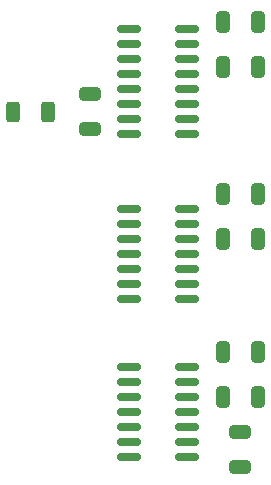
<source format=gbr>
%TF.GenerationSoftware,KiCad,Pcbnew,(6.0.1-0)*%
%TF.CreationDate,2024-04-12T07:51:10-04:00*%
%TF.ProjectId,Supertime External Trigger,53757065-7274-4696-9d65-204578746572,rev?*%
%TF.SameCoordinates,Original*%
%TF.FileFunction,Paste,Top*%
%TF.FilePolarity,Positive*%
%FSLAX46Y46*%
G04 Gerber Fmt 4.6, Leading zero omitted, Abs format (unit mm)*
G04 Created by KiCad (PCBNEW (6.0.1-0)) date 2024-04-12 07:51:10*
%MOMM*%
%LPD*%
G01*
G04 APERTURE LIST*
G04 Aperture macros list*
%AMRoundRect*
0 Rectangle with rounded corners*
0 $1 Rounding radius*
0 $2 $3 $4 $5 $6 $7 $8 $9 X,Y pos of 4 corners*
0 Add a 4 corners polygon primitive as box body*
4,1,4,$2,$3,$4,$5,$6,$7,$8,$9,$2,$3,0*
0 Add four circle primitives for the rounded corners*
1,1,$1+$1,$2,$3*
1,1,$1+$1,$4,$5*
1,1,$1+$1,$6,$7*
1,1,$1+$1,$8,$9*
0 Add four rect primitives between the rounded corners*
20,1,$1+$1,$2,$3,$4,$5,0*
20,1,$1+$1,$4,$5,$6,$7,0*
20,1,$1+$1,$6,$7,$8,$9,0*
20,1,$1+$1,$8,$9,$2,$3,0*%
G04 Aperture macros list end*
%ADD10RoundRect,0.250000X-0.325000X-0.650000X0.325000X-0.650000X0.325000X0.650000X-0.325000X0.650000X0*%
%ADD11RoundRect,0.250000X-0.650000X0.325000X-0.650000X-0.325000X0.650000X-0.325000X0.650000X0.325000X0*%
%ADD12RoundRect,0.150000X-0.825000X-0.150000X0.825000X-0.150000X0.825000X0.150000X-0.825000X0.150000X0*%
%ADD13RoundRect,0.250000X-0.312500X-0.625000X0.312500X-0.625000X0.312500X0.625000X-0.312500X0.625000X0*%
G04 APERTURE END LIST*
D10*
%TO.C,CP6*%
X153465000Y-99060000D03*
X156415000Y-99060000D03*
%TD*%
%TO.C,CP4*%
X153465000Y-85725000D03*
X156415000Y-85725000D03*
%TD*%
D11*
%TO.C,C2*%
X154940000Y-104980000D03*
X154940000Y-102030000D03*
%TD*%
%TO.C,C1*%
X142240000Y-76405000D03*
X142240000Y-73455000D03*
%TD*%
D12*
%TO.C,U3*%
X145480000Y-96520000D03*
X145480000Y-97790000D03*
X145480000Y-99060000D03*
X145480000Y-100330000D03*
X145480000Y-101600000D03*
X145480000Y-102870000D03*
X145480000Y-104140000D03*
X150430000Y-104140000D03*
X150430000Y-102870000D03*
X150430000Y-101600000D03*
X150430000Y-100330000D03*
X150430000Y-99060000D03*
X150430000Y-97790000D03*
X150430000Y-96520000D03*
%TD*%
D13*
%TO.C,R1*%
X138622500Y-74930000D03*
X135697500Y-74930000D03*
%TD*%
D10*
%TO.C,CP1*%
X156415000Y-67310000D03*
X153465000Y-67310000D03*
%TD*%
%TO.C,CP2*%
X156415000Y-71120000D03*
X153465000Y-71120000D03*
%TD*%
%TO.C,CP3*%
X153465000Y-81915000D03*
X156415000Y-81915000D03*
%TD*%
D12*
%TO.C,U1*%
X145480000Y-67945000D03*
X145480000Y-69215000D03*
X145480000Y-70485000D03*
X145480000Y-71755000D03*
X145480000Y-73025000D03*
X145480000Y-74295000D03*
X145480000Y-75565000D03*
X145480000Y-76835000D03*
X150430000Y-76835000D03*
X150430000Y-75565000D03*
X150430000Y-74295000D03*
X150430000Y-73025000D03*
X150430000Y-71755000D03*
X150430000Y-70485000D03*
X150430000Y-69215000D03*
X150430000Y-67945000D03*
%TD*%
%TO.C,U2*%
X150430000Y-83185000D03*
X150430000Y-84455000D03*
X150430000Y-85725000D03*
X150430000Y-86995000D03*
X150430000Y-88265000D03*
X150430000Y-89535000D03*
X150430000Y-90805000D03*
X145480000Y-90805000D03*
X145480000Y-89535000D03*
X145480000Y-88265000D03*
X145480000Y-86995000D03*
X145480000Y-85725000D03*
X145480000Y-84455000D03*
X145480000Y-83185000D03*
%TD*%
D10*
%TO.C,CP5*%
X153465000Y-95250000D03*
X156415000Y-95250000D03*
%TD*%
M02*

</source>
